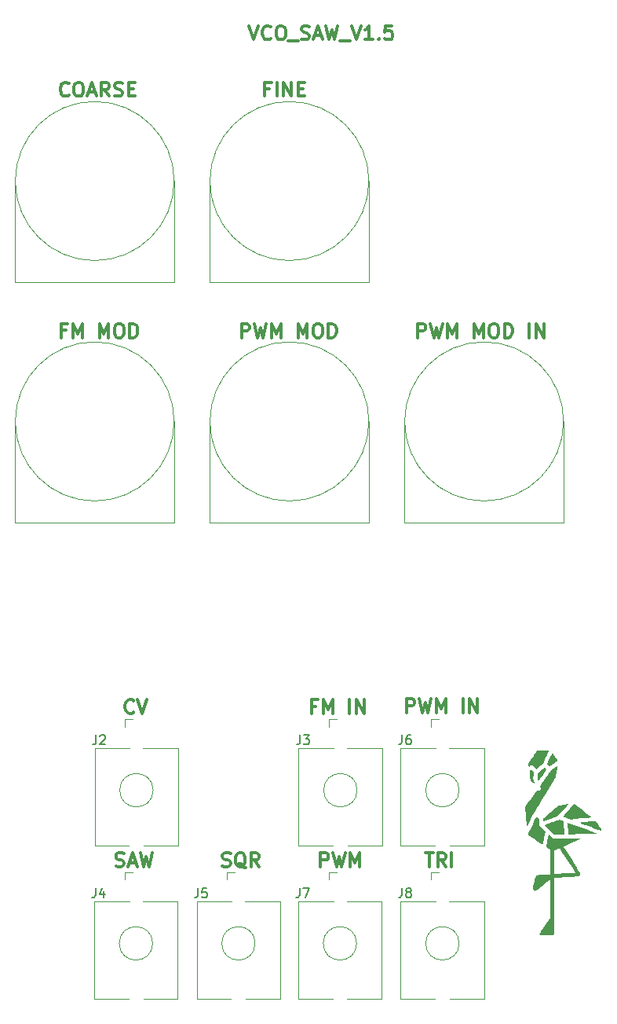
<source format=gbr>
%TF.GenerationSoftware,KiCad,Pcbnew,7.0.2*%
%TF.CreationDate,2023-05-22T18:24:12+02:00*%
%TF.ProjectId,VCO_EURORACK,56434f5f-4555-4524-9f52-41434b2e6b69,rev?*%
%TF.SameCoordinates,Original*%
%TF.FileFunction,Legend,Top*%
%TF.FilePolarity,Positive*%
%FSLAX46Y46*%
G04 Gerber Fmt 4.6, Leading zero omitted, Abs format (unit mm)*
G04 Created by KiCad (PCBNEW 7.0.2) date 2023-05-22 18:24:12*
%MOMM*%
%LPD*%
G01*
G04 APERTURE LIST*
%ADD10C,0.300000*%
%ADD11C,0.000000*%
%ADD12C,0.150000*%
%ADD13C,0.120000*%
G04 APERTURE END LIST*
D10*
X138022857Y-39286428D02*
X138522857Y-40786428D01*
X138522857Y-40786428D02*
X139022857Y-39286428D01*
X140379999Y-40643571D02*
X140308571Y-40715000D01*
X140308571Y-40715000D02*
X140094285Y-40786428D01*
X140094285Y-40786428D02*
X139951428Y-40786428D01*
X139951428Y-40786428D02*
X139737142Y-40715000D01*
X139737142Y-40715000D02*
X139594285Y-40572142D01*
X139594285Y-40572142D02*
X139522856Y-40429285D01*
X139522856Y-40429285D02*
X139451428Y-40143571D01*
X139451428Y-40143571D02*
X139451428Y-39929285D01*
X139451428Y-39929285D02*
X139522856Y-39643571D01*
X139522856Y-39643571D02*
X139594285Y-39500714D01*
X139594285Y-39500714D02*
X139737142Y-39357857D01*
X139737142Y-39357857D02*
X139951428Y-39286428D01*
X139951428Y-39286428D02*
X140094285Y-39286428D01*
X140094285Y-39286428D02*
X140308571Y-39357857D01*
X140308571Y-39357857D02*
X140379999Y-39429285D01*
X141308571Y-39286428D02*
X141594285Y-39286428D01*
X141594285Y-39286428D02*
X141737142Y-39357857D01*
X141737142Y-39357857D02*
X141879999Y-39500714D01*
X141879999Y-39500714D02*
X141951428Y-39786428D01*
X141951428Y-39786428D02*
X141951428Y-40286428D01*
X141951428Y-40286428D02*
X141879999Y-40572142D01*
X141879999Y-40572142D02*
X141737142Y-40715000D01*
X141737142Y-40715000D02*
X141594285Y-40786428D01*
X141594285Y-40786428D02*
X141308571Y-40786428D01*
X141308571Y-40786428D02*
X141165714Y-40715000D01*
X141165714Y-40715000D02*
X141022856Y-40572142D01*
X141022856Y-40572142D02*
X140951428Y-40286428D01*
X140951428Y-40286428D02*
X140951428Y-39786428D01*
X140951428Y-39786428D02*
X141022856Y-39500714D01*
X141022856Y-39500714D02*
X141165714Y-39357857D01*
X141165714Y-39357857D02*
X141308571Y-39286428D01*
X142237143Y-40929285D02*
X143380000Y-40929285D01*
X143665714Y-40715000D02*
X143880000Y-40786428D01*
X143880000Y-40786428D02*
X144237142Y-40786428D01*
X144237142Y-40786428D02*
X144380000Y-40715000D01*
X144380000Y-40715000D02*
X144451428Y-40643571D01*
X144451428Y-40643571D02*
X144522857Y-40500714D01*
X144522857Y-40500714D02*
X144522857Y-40357857D01*
X144522857Y-40357857D02*
X144451428Y-40215000D01*
X144451428Y-40215000D02*
X144380000Y-40143571D01*
X144380000Y-40143571D02*
X144237142Y-40072142D01*
X144237142Y-40072142D02*
X143951428Y-40000714D01*
X143951428Y-40000714D02*
X143808571Y-39929285D01*
X143808571Y-39929285D02*
X143737142Y-39857857D01*
X143737142Y-39857857D02*
X143665714Y-39715000D01*
X143665714Y-39715000D02*
X143665714Y-39572142D01*
X143665714Y-39572142D02*
X143737142Y-39429285D01*
X143737142Y-39429285D02*
X143808571Y-39357857D01*
X143808571Y-39357857D02*
X143951428Y-39286428D01*
X143951428Y-39286428D02*
X144308571Y-39286428D01*
X144308571Y-39286428D02*
X144522857Y-39357857D01*
X145094285Y-40357857D02*
X145808571Y-40357857D01*
X144951428Y-40786428D02*
X145451428Y-39286428D01*
X145451428Y-39286428D02*
X145951428Y-40786428D01*
X146308570Y-39286428D02*
X146665713Y-40786428D01*
X146665713Y-40786428D02*
X146951427Y-39715000D01*
X146951427Y-39715000D02*
X147237142Y-40786428D01*
X147237142Y-40786428D02*
X147594285Y-39286428D01*
X147808571Y-40929285D02*
X148951428Y-40929285D01*
X149094285Y-39286428D02*
X149594285Y-40786428D01*
X149594285Y-40786428D02*
X150094285Y-39286428D01*
X151379999Y-40786428D02*
X150522856Y-40786428D01*
X150951427Y-40786428D02*
X150951427Y-39286428D01*
X150951427Y-39286428D02*
X150808570Y-39500714D01*
X150808570Y-39500714D02*
X150665713Y-39643571D01*
X150665713Y-39643571D02*
X150522856Y-39715000D01*
X152022855Y-40643571D02*
X152094284Y-40715000D01*
X152094284Y-40715000D02*
X152022855Y-40786428D01*
X152022855Y-40786428D02*
X151951427Y-40715000D01*
X151951427Y-40715000D02*
X152022855Y-40643571D01*
X152022855Y-40643571D02*
X152022855Y-40786428D01*
X153451427Y-39286428D02*
X152737141Y-39286428D01*
X152737141Y-39286428D02*
X152665713Y-40000714D01*
X152665713Y-40000714D02*
X152737141Y-39929285D01*
X152737141Y-39929285D02*
X152879999Y-39857857D01*
X152879999Y-39857857D02*
X153237141Y-39857857D01*
X153237141Y-39857857D02*
X153379999Y-39929285D01*
X153379999Y-39929285D02*
X153451427Y-40000714D01*
X153451427Y-40000714D02*
X153522856Y-40143571D01*
X153522856Y-40143571D02*
X153522856Y-40500714D01*
X153522856Y-40500714D02*
X153451427Y-40643571D01*
X153451427Y-40643571D02*
X153379999Y-40715000D01*
X153379999Y-40715000D02*
X153237141Y-40786428D01*
X153237141Y-40786428D02*
X152879999Y-40786428D01*
X152879999Y-40786428D02*
X152737141Y-40715000D01*
X152737141Y-40715000D02*
X152665713Y-40643571D01*
D11*
G36*
X170560857Y-126643312D02*
G01*
X170768290Y-126833812D01*
X172347323Y-126821111D01*
X172961818Y-126817077D01*
X173462807Y-126817407D01*
X173654613Y-126819086D01*
X173798696Y-126821707D01*
X173888604Y-126825221D01*
X173911228Y-126827298D01*
X173917890Y-126829579D01*
X173894946Y-126842775D01*
X173835142Y-126871647D01*
X173621028Y-126969278D01*
X173307695Y-127108185D01*
X172927291Y-127274078D01*
X172730912Y-127359878D01*
X172547679Y-127441361D01*
X172381612Y-127516594D01*
X172236728Y-127583641D01*
X172117045Y-127640567D01*
X172026582Y-127685439D01*
X171993564Y-127702749D01*
X171969358Y-127716321D01*
X171954466Y-127725911D01*
X171950670Y-127729137D01*
X171949390Y-127731278D01*
X171968010Y-127767418D01*
X172021357Y-127856095D01*
X172217149Y-128167840D01*
X172859556Y-129166379D01*
X173053025Y-129466565D01*
X173228584Y-129742244D01*
X173383804Y-129989547D01*
X173516253Y-130204604D01*
X173623500Y-130383544D01*
X173703114Y-130522500D01*
X173731800Y-130575774D01*
X173752666Y-130617601D01*
X173765408Y-130647497D01*
X173769723Y-130664977D01*
X173768130Y-130695836D01*
X173766130Y-130710600D01*
X173763324Y-130724922D01*
X173759705Y-130738804D01*
X173755268Y-130752246D01*
X173750011Y-130765252D01*
X173743926Y-130777822D01*
X173737011Y-130789958D01*
X173729261Y-130801662D01*
X173720670Y-130812934D01*
X173711234Y-130823777D01*
X173700949Y-130834192D01*
X173689809Y-130844181D01*
X173664949Y-130862886D01*
X173636615Y-130879904D01*
X173604773Y-130895248D01*
X173569383Y-130908930D01*
X173530408Y-130920962D01*
X173487812Y-130931358D01*
X173441558Y-130940128D01*
X173391607Y-130947286D01*
X173337924Y-130952845D01*
X172878144Y-130987373D01*
X172117136Y-131038570D01*
X171382322Y-131085005D01*
X171001124Y-131105245D01*
X170989899Y-131109013D01*
X170979982Y-131122485D01*
X170963751Y-131191566D01*
X170951787Y-131338533D01*
X170943444Y-131589433D01*
X170935044Y-132507206D01*
X170933390Y-134153245D01*
X170933233Y-135136313D01*
X170932860Y-135536780D01*
X170932133Y-135882099D01*
X170930936Y-136176445D01*
X170929149Y-136423990D01*
X170927997Y-136531517D01*
X170926655Y-136628909D01*
X170925106Y-136716688D01*
X170923336Y-136795374D01*
X170921331Y-136865491D01*
X170919075Y-136927560D01*
X170916554Y-136982101D01*
X170913753Y-137029638D01*
X170910658Y-137070691D01*
X170907253Y-137105783D01*
X170903525Y-137135435D01*
X170901534Y-137148384D01*
X170899457Y-137160169D01*
X170897292Y-137170854D01*
X170895036Y-137180505D01*
X170892689Y-137189188D01*
X170890247Y-137196967D01*
X170887710Y-137203908D01*
X170885076Y-137210076D01*
X170882341Y-137215536D01*
X170879506Y-137220353D01*
X170876567Y-137224593D01*
X170873524Y-137228320D01*
X170870374Y-137231601D01*
X170867115Y-137234499D01*
X170863746Y-137237081D01*
X170860264Y-137239411D01*
X170852957Y-137243579D01*
X170841154Y-137247542D01*
X170823423Y-137251475D01*
X170771465Y-137259123D01*
X170699664Y-137266275D01*
X170610598Y-137272682D01*
X170506849Y-137278098D01*
X170390994Y-137282273D01*
X170265615Y-137284960D01*
X170133290Y-137285911D01*
X170014459Y-137285581D01*
X169908328Y-137284464D01*
X169814203Y-137282367D01*
X169771425Y-137280891D01*
X169731388Y-137279098D01*
X169694005Y-137276964D01*
X169659190Y-137274465D01*
X169626855Y-137271577D01*
X169596914Y-137268275D01*
X169569279Y-137264537D01*
X169543865Y-137260337D01*
X169520583Y-137255652D01*
X169499348Y-137250457D01*
X169480073Y-137244730D01*
X169462671Y-137238445D01*
X169447054Y-137231578D01*
X169433136Y-137224107D01*
X169420831Y-137216005D01*
X169410052Y-137207251D01*
X169400710Y-137197819D01*
X169392721Y-137187685D01*
X169385997Y-137176826D01*
X169380451Y-137165217D01*
X169375997Y-137152835D01*
X169372547Y-137139655D01*
X169370015Y-137125653D01*
X169368313Y-137110806D01*
X169367356Y-137095089D01*
X169367057Y-137078478D01*
X169370033Y-137066547D01*
X169378764Y-137046927D01*
X169412300Y-136986404D01*
X169465283Y-136900480D01*
X169535332Y-136792729D01*
X169620064Y-136666721D01*
X169717100Y-136526029D01*
X169824058Y-136374225D01*
X169938556Y-136214879D01*
X170510057Y-135427478D01*
X170501590Y-133336212D01*
X170488890Y-131240712D01*
X169832723Y-131769879D01*
X169565825Y-131982206D01*
X169323136Y-132173103D01*
X169132041Y-132321138D01*
X169064398Y-132372385D01*
X169019923Y-132404879D01*
X168992930Y-132422794D01*
X168968875Y-132438464D01*
X168947425Y-132451927D01*
X168928245Y-132463219D01*
X168919401Y-132468063D01*
X168911000Y-132472378D01*
X168902998Y-132476169D01*
X168895354Y-132479441D01*
X168888027Y-132482198D01*
X168880974Y-132484446D01*
X168874153Y-132486187D01*
X168867523Y-132487428D01*
X168861042Y-132488173D01*
X168854668Y-132488427D01*
X168848359Y-132488194D01*
X168842074Y-132487478D01*
X168835770Y-132486285D01*
X168829405Y-132484619D01*
X168822938Y-132482485D01*
X168816327Y-132479888D01*
X168809529Y-132476831D01*
X168802504Y-132473321D01*
X168795209Y-132469361D01*
X168787603Y-132464955D01*
X168771288Y-132454829D01*
X168753223Y-132442978D01*
X168742268Y-132435548D01*
X168731660Y-132427591D01*
X168721449Y-132419175D01*
X168711684Y-132410369D01*
X168702415Y-132401240D01*
X168693692Y-132391856D01*
X168685564Y-132382287D01*
X168678082Y-132372600D01*
X168671293Y-132362863D01*
X168665249Y-132353145D01*
X168659999Y-132343513D01*
X168655592Y-132334037D01*
X168652078Y-132324784D01*
X168649507Y-132315822D01*
X168648590Y-132311472D01*
X168647927Y-132307220D01*
X168647525Y-132303076D01*
X168647390Y-132299046D01*
X168650682Y-132254509D01*
X168660032Y-132188218D01*
X168693758Y-132003770D01*
X168742268Y-131772491D01*
X168799261Y-131521170D01*
X168858437Y-131276596D01*
X168913495Y-131065558D01*
X168958135Y-130914844D01*
X168974579Y-130870481D01*
X168986056Y-130851245D01*
X169002115Y-130843405D01*
X169023445Y-130835751D01*
X169082762Y-130820950D01*
X169165692Y-130806746D01*
X169273923Y-130793037D01*
X169409142Y-130779725D01*
X169573035Y-130766711D01*
X169767289Y-130753895D01*
X169993590Y-130741179D01*
X170510057Y-130711546D01*
X170510057Y-130108625D01*
X170938682Y-130108625D01*
X170938857Y-130172148D01*
X170939190Y-130230831D01*
X170939691Y-130284865D01*
X170940368Y-130334439D01*
X170941232Y-130379744D01*
X170942291Y-130420969D01*
X170943554Y-130458305D01*
X170945032Y-130491941D01*
X170946732Y-130522066D01*
X170948666Y-130548873D01*
X170950841Y-130572549D01*
X170953267Y-130593284D01*
X170954577Y-130602609D01*
X170955954Y-130611270D01*
X170957397Y-130619291D01*
X170958910Y-130626695D01*
X170960492Y-130633507D01*
X170962145Y-130639750D01*
X170963871Y-130645448D01*
X170965669Y-130650625D01*
X170967542Y-130655304D01*
X170969491Y-130659509D01*
X170971516Y-130663263D01*
X170973619Y-130666592D01*
X170975801Y-130669517D01*
X170978064Y-130672064D01*
X170980407Y-130674256D01*
X170982834Y-130676116D01*
X170985344Y-130677668D01*
X170987939Y-130678936D01*
X170990620Y-130679945D01*
X170993388Y-130680716D01*
X170996245Y-130681275D01*
X170999191Y-130681645D01*
X171005356Y-130681912D01*
X171327090Y-130662862D01*
X171991723Y-130618412D01*
X172357378Y-130594203D01*
X172681757Y-130573962D01*
X172929936Y-130560071D01*
X173014537Y-130556251D01*
X173066990Y-130554912D01*
X173087581Y-130554712D01*
X173097250Y-130554462D01*
X173106504Y-130554110D01*
X173115346Y-130553655D01*
X173123777Y-130553098D01*
X173131801Y-130552436D01*
X173139420Y-130551670D01*
X173146635Y-130550799D01*
X173153450Y-130549821D01*
X173159866Y-130548737D01*
X173165887Y-130547544D01*
X173171513Y-130546244D01*
X173176748Y-130544833D01*
X173181594Y-130543313D01*
X173186053Y-130541682D01*
X173190127Y-130539939D01*
X173193820Y-130538084D01*
X173197132Y-130536116D01*
X173200068Y-130534034D01*
X173202627Y-130531837D01*
X173204815Y-130529525D01*
X173206631Y-130527096D01*
X173208080Y-130524550D01*
X173209162Y-130521887D01*
X173209881Y-130519105D01*
X173210239Y-130516203D01*
X173210238Y-130513182D01*
X173209880Y-130510039D01*
X173209168Y-130506775D01*
X173208104Y-130503388D01*
X173206690Y-130499878D01*
X173135650Y-130382271D01*
X172959040Y-130101945D01*
X172393890Y-129221411D01*
X172081880Y-128740068D01*
X171818686Y-128339291D01*
X171632486Y-128059957D01*
X171577064Y-127978605D01*
X171551457Y-127942944D01*
X171544588Y-127936450D01*
X171536591Y-127931270D01*
X171527328Y-127927429D01*
X171516664Y-127924953D01*
X171504462Y-127923866D01*
X171490586Y-127924192D01*
X171474899Y-127925958D01*
X171457265Y-127929186D01*
X171437547Y-127933903D01*
X171415610Y-127940133D01*
X171391316Y-127947901D01*
X171364529Y-127957232D01*
X171302930Y-127980681D01*
X171229724Y-128010678D01*
X170954556Y-128129212D01*
X170941856Y-129403445D01*
X170940430Y-129615232D01*
X170939376Y-129802345D01*
X170938768Y-129966303D01*
X170938682Y-130108625D01*
X170510057Y-130108625D01*
X170510057Y-128061478D01*
X170311090Y-127926012D01*
X170230326Y-127871904D01*
X170163453Y-127826527D01*
X170137085Y-127808354D01*
X170116423Y-127793851D01*
X170102210Y-127783516D01*
X170097754Y-127780066D01*
X170095190Y-127777844D01*
X170094336Y-127773635D01*
X170094909Y-127762821D01*
X170100085Y-127722745D01*
X170124823Y-127578349D01*
X170165437Y-127366484D01*
X170217957Y-127108979D01*
X170353424Y-126448578D01*
X170560857Y-126643312D01*
G37*
G36*
X172403875Y-125139920D02*
G01*
X172406591Y-125140478D01*
X174147548Y-125797704D01*
X175577357Y-126346979D01*
X175115924Y-126359149D01*
X174019490Y-126380845D01*
X172470091Y-126410479D01*
X172440457Y-125995611D01*
X172428882Y-125816488D01*
X172414528Y-125635778D01*
X172399381Y-125474118D01*
X172392130Y-125406881D01*
X172385424Y-125352146D01*
X172382545Y-125325258D01*
X172380256Y-125300163D01*
X172378549Y-125276866D01*
X172377420Y-125255374D01*
X172376861Y-125235692D01*
X172376866Y-125217828D01*
X172377078Y-125209579D01*
X172377429Y-125201786D01*
X172377918Y-125194451D01*
X172378544Y-125187574D01*
X172379307Y-125181156D01*
X172380205Y-125175198D01*
X172381238Y-125169700D01*
X172382406Y-125164663D01*
X172383706Y-125160088D01*
X172385140Y-125155976D01*
X172386704Y-125152328D01*
X172388400Y-125149144D01*
X172390227Y-125146424D01*
X172392182Y-125144171D01*
X172394266Y-125142385D01*
X172396479Y-125141065D01*
X172398818Y-125140214D01*
X172401284Y-125139832D01*
X172403875Y-125139920D01*
G37*
G36*
X175251390Y-124977387D02*
G01*
X175289572Y-124979537D01*
X175324473Y-124983463D01*
X175356435Y-124989274D01*
X175385799Y-124997074D01*
X175412905Y-125006970D01*
X175438095Y-125019068D01*
X175461710Y-125033475D01*
X175484091Y-125050297D01*
X175505579Y-125069639D01*
X175526515Y-125091608D01*
X175547241Y-125116310D01*
X175568096Y-125143852D01*
X175611562Y-125207878D01*
X175659642Y-125284536D01*
X175780556Y-125479145D01*
X175845818Y-125582340D01*
X175907359Y-125680823D01*
X176013920Y-125854323D01*
X176056262Y-125924678D01*
X176089525Y-125980993D01*
X176112370Y-126020936D01*
X176123457Y-126042178D01*
X176122999Y-126044328D01*
X176119297Y-126045239D01*
X176102480Y-126043451D01*
X176033432Y-126026171D01*
X175921423Y-125992023D01*
X175771561Y-125942695D01*
X175378722Y-125805244D01*
X174895791Y-125627312D01*
X174412793Y-125444154D01*
X174019490Y-125292349D01*
X173869124Y-125233041D01*
X173756362Y-125187375D01*
X173686264Y-125157287D01*
X173668795Y-125148689D01*
X173663890Y-125144711D01*
X173682022Y-125140015D01*
X173727986Y-125132541D01*
X173890903Y-125110845D01*
X174127639Y-125082799D01*
X174413191Y-125051578D01*
X174786914Y-125011436D01*
X174934312Y-124995870D01*
X175059038Y-124984440D01*
X175163821Y-124977996D01*
X175209587Y-124976909D01*
X175251390Y-124977387D01*
G37*
G36*
X171541562Y-124830636D02*
G01*
X171547223Y-124831445D01*
X171591938Y-124843880D01*
X171650940Y-124861078D01*
X171683319Y-124870967D01*
X171716292Y-124881451D01*
X171748869Y-124892332D01*
X171780057Y-124903412D01*
X171834685Y-124923512D01*
X171857048Y-124935456D01*
X171876564Y-124950706D01*
X171893575Y-124970792D01*
X171908421Y-124997247D01*
X171921445Y-125031603D01*
X171932986Y-125075390D01*
X171943387Y-125130141D01*
X171952987Y-125197388D01*
X171971152Y-125375494D01*
X171990211Y-125621961D01*
X172012890Y-125949044D01*
X172042524Y-126406245D01*
X170912223Y-126406245D01*
X170416924Y-125906711D01*
X169921624Y-125411411D01*
X170692090Y-125110845D01*
X170854371Y-125048486D01*
X171006085Y-124992179D01*
X171144602Y-124942818D01*
X171267294Y-124901295D01*
X171371532Y-124868503D01*
X171415908Y-124855660D01*
X171454685Y-124845335D01*
X171487534Y-124837640D01*
X171514125Y-124832685D01*
X171534131Y-124830583D01*
X171541562Y-124830636D01*
G37*
G36*
X168982799Y-124545306D02*
G01*
X168994656Y-124550259D01*
X169034741Y-124568449D01*
X169090700Y-124595371D01*
X169122400Y-124611238D01*
X169155390Y-124628245D01*
X169324724Y-124712912D01*
X169324724Y-125398711D01*
X169659157Y-125745844D01*
X169993590Y-126088745D01*
X169858124Y-126778778D01*
X169800841Y-127046999D01*
X169752290Y-127270374D01*
X169732529Y-127357678D01*
X169716439Y-127424692D01*
X169704517Y-127468390D01*
X169700273Y-127480550D01*
X169697257Y-127485745D01*
X169690493Y-127485412D01*
X169675338Y-127479112D01*
X169622115Y-127450143D01*
X169439817Y-127337447D01*
X169186479Y-127172164D01*
X168898215Y-126978803D01*
X168611142Y-126781871D01*
X168361375Y-126605873D01*
X168185031Y-126475317D01*
X168135678Y-126434739D01*
X168118223Y-126414711D01*
X168126864Y-126388195D01*
X168151627Y-126327200D01*
X168242578Y-126117849D01*
X168377184Y-125818804D01*
X168541557Y-125462211D01*
X168706723Y-125106148D01*
X168843711Y-124813982D01*
X168938630Y-124616273D01*
X168965973Y-124562389D01*
X168973856Y-124548361D01*
X168977590Y-124543578D01*
X168982799Y-124545306D01*
G37*
G36*
X173193990Y-123243944D02*
G01*
X174116857Y-123925511D01*
X174257275Y-124028504D01*
X174382152Y-124120402D01*
X174492220Y-124201820D01*
X174588212Y-124273373D01*
X174670859Y-124335673D01*
X174707407Y-124363545D01*
X174740893Y-124389335D01*
X174771409Y-124413118D01*
X174799046Y-124434972D01*
X174823895Y-124454974D01*
X174846049Y-124473199D01*
X174865598Y-124489726D01*
X174882634Y-124504630D01*
X174897248Y-124517988D01*
X174909532Y-124529878D01*
X174919578Y-124540375D01*
X174927476Y-124549557D01*
X174930649Y-124553679D01*
X174933319Y-124557501D01*
X174935498Y-124561032D01*
X174937198Y-124564282D01*
X174938429Y-124567261D01*
X174939203Y-124569978D01*
X174939533Y-124572443D01*
X174939428Y-124574666D01*
X174938901Y-124576655D01*
X174937963Y-124578422D01*
X174936625Y-124579974D01*
X174934899Y-124581323D01*
X174932796Y-124582477D01*
X174930328Y-124583445D01*
X174927507Y-124584239D01*
X174924342Y-124584867D01*
X174917032Y-124585663D01*
X174908490Y-124585912D01*
X174555007Y-124618720D01*
X173782424Y-124695979D01*
X172711390Y-124801812D01*
X172288057Y-124645178D01*
X171864723Y-124488544D01*
X172000190Y-124336146D01*
X172597091Y-123663044D01*
X173062758Y-123146578D01*
X173193990Y-123243944D01*
G37*
G36*
X172410519Y-123151659D02*
G01*
X172419906Y-123152263D01*
X172428153Y-123153193D01*
X172435297Y-123154445D01*
X172441372Y-123156016D01*
X172446415Y-123157904D01*
X172450461Y-123160105D01*
X172453546Y-123162616D01*
X172455705Y-123165434D01*
X172456975Y-123168556D01*
X172457390Y-123171978D01*
X172454559Y-123177433D01*
X172446253Y-123188829D01*
X172414329Y-123228202D01*
X172297053Y-123364595D01*
X172123420Y-123561313D01*
X171911291Y-123798511D01*
X171365190Y-124399646D01*
X170577790Y-124704445D01*
X170271072Y-124823507D01*
X170016344Y-124920345D01*
X169840198Y-124985432D01*
X169789902Y-125003093D01*
X169769223Y-125009245D01*
X169768045Y-125009036D01*
X169766892Y-125008415D01*
X169764667Y-125005979D01*
X169762554Y-125002017D01*
X169760558Y-124996611D01*
X169758686Y-124989840D01*
X169756945Y-124981786D01*
X169753877Y-124962149D01*
X169751405Y-124938345D01*
X169749578Y-124911018D01*
X169748446Y-124880814D01*
X169748057Y-124848378D01*
X169748472Y-124820418D01*
X169750389Y-124794560D01*
X169754810Y-124769731D01*
X169762741Y-124744860D01*
X169775187Y-124718872D01*
X169793152Y-124690695D01*
X169817640Y-124659256D01*
X169849657Y-124623482D01*
X169890206Y-124582301D01*
X169940293Y-124534640D01*
X170073097Y-124415586D01*
X170256106Y-124257737D01*
X170497357Y-124052512D01*
X170794352Y-123802348D01*
X171050865Y-123587903D01*
X171239117Y-123432196D01*
X171298962Y-123383562D01*
X171331324Y-123358245D01*
X171342193Y-123351609D01*
X171357154Y-123344445D01*
X171398263Y-123328810D01*
X171452469Y-123311885D01*
X171517590Y-123294215D01*
X171591442Y-123276348D01*
X171671842Y-123258827D01*
X171756608Y-123242200D01*
X171843556Y-123227011D01*
X171928585Y-123212720D01*
X172006060Y-123199991D01*
X172076268Y-123188800D01*
X172139493Y-123179122D01*
X172196021Y-123170932D01*
X172246137Y-123164206D01*
X172290126Y-123158918D01*
X172328273Y-123155045D01*
X172360865Y-123152560D01*
X172375166Y-123151831D01*
X172388185Y-123151440D01*
X172399958Y-123151383D01*
X172410519Y-123151659D01*
G37*
G36*
X168480000Y-119470000D02*
G01*
X168485892Y-119470991D01*
X168491815Y-119472574D01*
X168497813Y-119474766D01*
X168503928Y-119477580D01*
X168510205Y-119481031D01*
X168516686Y-119485134D01*
X168523415Y-119489903D01*
X168530436Y-119495354D01*
X168537792Y-119501501D01*
X168545525Y-119508359D01*
X168562302Y-119524266D01*
X168581112Y-119543193D01*
X168626223Y-119590578D01*
X168748991Y-119717578D01*
X168702424Y-120043544D01*
X168687425Y-120146294D01*
X168681867Y-120190075D01*
X168677685Y-120229745D01*
X168674942Y-120266017D01*
X168673700Y-120299603D01*
X168674020Y-120331218D01*
X168675965Y-120361574D01*
X168679597Y-120391384D01*
X168684977Y-120421361D01*
X168692169Y-120452219D01*
X168701233Y-120484671D01*
X168712232Y-120519430D01*
X168725227Y-120557208D01*
X168757457Y-120644678D01*
X168777243Y-120699240D01*
X168795094Y-120750974D01*
X168810663Y-120798641D01*
X168823603Y-120840999D01*
X168833566Y-120876808D01*
X168837323Y-120891870D01*
X168840205Y-120904829D01*
X168842170Y-120915531D01*
X168843174Y-120923821D01*
X168843173Y-120929544D01*
X168842782Y-120931394D01*
X168842123Y-120932544D01*
X168841047Y-120933526D01*
X168839416Y-120934096D01*
X168834550Y-120934041D01*
X168827650Y-120932461D01*
X168818840Y-120929436D01*
X168808245Y-120925047D01*
X168795987Y-120919374D01*
X168766982Y-120904499D01*
X168732818Y-120885457D01*
X168694486Y-120862893D01*
X168652980Y-120837452D01*
X168609290Y-120809778D01*
X168530949Y-120756911D01*
X168499074Y-120733001D01*
X168471508Y-120709104D01*
X168447838Y-120683967D01*
X168427646Y-120656336D01*
X168410517Y-120624960D01*
X168396036Y-120588586D01*
X168383788Y-120545962D01*
X168373356Y-120495833D01*
X168364326Y-120436949D01*
X168356282Y-120368056D01*
X168341491Y-120195234D01*
X168325657Y-119967345D01*
X168321298Y-119901284D01*
X168317769Y-119842478D01*
X168315109Y-119790444D01*
X168314116Y-119766815D01*
X168313354Y-119744698D01*
X168312827Y-119724032D01*
X168312541Y-119704756D01*
X168312500Y-119686811D01*
X168312709Y-119670135D01*
X168313172Y-119654669D01*
X168313893Y-119640351D01*
X168314878Y-119627122D01*
X168316132Y-119614920D01*
X168317658Y-119603686D01*
X168319462Y-119593359D01*
X168321548Y-119583878D01*
X168323921Y-119575183D01*
X168326585Y-119567214D01*
X168329545Y-119559910D01*
X168332806Y-119553210D01*
X168336372Y-119547055D01*
X168340249Y-119541383D01*
X168344440Y-119536134D01*
X168348951Y-119531249D01*
X168353785Y-119526665D01*
X168358949Y-119522324D01*
X168364445Y-119518163D01*
X168370280Y-119514124D01*
X168376457Y-119510145D01*
X168395912Y-119499003D01*
X168413234Y-119489466D01*
X168428770Y-119481654D01*
X168435977Y-119478431D01*
X168442867Y-119475683D01*
X168449485Y-119473425D01*
X168455873Y-119471672D01*
X168462075Y-119470438D01*
X168468135Y-119469738D01*
X168474095Y-119469587D01*
X168480000Y-119470000D01*
G37*
G36*
X169902936Y-119209701D02*
G01*
X169905605Y-119210066D01*
X169911478Y-119211497D01*
X169918009Y-119213820D01*
X169925129Y-119216987D01*
X169932770Y-119220947D01*
X169940864Y-119225652D01*
X169949342Y-119231051D01*
X169958136Y-119237095D01*
X169967178Y-119243734D01*
X169976401Y-119250919D01*
X169985734Y-119258600D01*
X169995112Y-119266728D01*
X170004464Y-119275252D01*
X170013723Y-119284124D01*
X170022821Y-119293293D01*
X170031690Y-119302711D01*
X170120591Y-119400078D01*
X169718423Y-119971578D01*
X169560401Y-120198194D01*
X169425794Y-120393853D01*
X169328494Y-120537125D01*
X169282390Y-120606578D01*
X169275579Y-120616252D01*
X169269376Y-120624636D01*
X169263694Y-120631730D01*
X169261021Y-120634793D01*
X169258445Y-120637534D01*
X169255957Y-120639953D01*
X169253544Y-120642049D01*
X169251197Y-120643822D01*
X169248904Y-120645273D01*
X169246654Y-120646402D01*
X169244437Y-120647208D01*
X169242242Y-120647692D01*
X169240057Y-120647853D01*
X169237872Y-120647692D01*
X169235677Y-120647208D01*
X169233460Y-120646402D01*
X169231210Y-120645273D01*
X169228917Y-120643822D01*
X169226569Y-120642049D01*
X169224157Y-120639953D01*
X169221668Y-120637534D01*
X169219093Y-120634793D01*
X169216420Y-120631730D01*
X169210738Y-120624636D01*
X169204534Y-120616252D01*
X169197723Y-120606578D01*
X169184779Y-120584529D01*
X169172952Y-120559763D01*
X169162265Y-120532443D01*
X169152744Y-120502729D01*
X169144414Y-120470783D01*
X169137299Y-120436765D01*
X169131424Y-120400838D01*
X169126815Y-120363161D01*
X169123495Y-120323898D01*
X169121490Y-120283208D01*
X169120824Y-120241253D01*
X169121523Y-120198194D01*
X169123611Y-120154193D01*
X169127113Y-120109410D01*
X169132053Y-120064007D01*
X169138457Y-120018145D01*
X169152215Y-119942640D01*
X169159441Y-119910356D01*
X169167561Y-119880826D01*
X169177069Y-119853380D01*
X169188463Y-119827347D01*
X169202238Y-119802059D01*
X169218890Y-119776845D01*
X169238916Y-119751035D01*
X169262811Y-119723961D01*
X169291072Y-119694952D01*
X169324194Y-119663338D01*
X169362675Y-119628450D01*
X169407009Y-119589619D01*
X169515224Y-119497444D01*
X169584214Y-119440104D01*
X169650426Y-119386386D01*
X169712272Y-119337529D01*
X169768165Y-119294774D01*
X169816518Y-119259361D01*
X169837370Y-119244796D01*
X169855742Y-119232531D01*
X169871435Y-119222722D01*
X169884251Y-119215523D01*
X169893991Y-119211090D01*
X169897645Y-119209960D01*
X169900457Y-119209578D01*
X169902936Y-119209701D01*
G37*
G36*
X171292137Y-118998547D02*
G01*
X171298358Y-119001012D01*
X171303351Y-119006144D01*
X171307048Y-119014779D01*
X171309380Y-119027755D01*
X171310281Y-119045909D01*
X171307511Y-119101099D01*
X171298192Y-119187047D01*
X171281780Y-119310451D01*
X171225490Y-119696412D01*
X171132356Y-120289078D01*
X169925857Y-122194078D01*
X169587372Y-122728975D01*
X169306335Y-123177600D01*
X169074709Y-123553697D01*
X168884457Y-123871007D01*
X168727543Y-124143271D01*
X168595929Y-124384232D01*
X168481579Y-124607631D01*
X168376457Y-124827211D01*
X168333438Y-124917412D01*
X168293254Y-125000736D01*
X168255860Y-125077252D01*
X168221213Y-125147026D01*
X168189269Y-125210129D01*
X168159986Y-125266626D01*
X168133320Y-125316588D01*
X168109228Y-125360082D01*
X168087665Y-125397177D01*
X168068589Y-125427939D01*
X168051957Y-125452439D01*
X168044543Y-125462362D01*
X168037724Y-125470744D01*
X168031494Y-125477595D01*
X168025848Y-125482922D01*
X168020780Y-125486735D01*
X168016284Y-125489041D01*
X168012357Y-125489850D01*
X168008991Y-125489170D01*
X168006182Y-125487010D01*
X168003923Y-125483377D01*
X167997276Y-125449387D01*
X167987255Y-125378933D01*
X167959473Y-125146299D01*
X167925342Y-124820796D01*
X167889623Y-124437745D01*
X167800723Y-123464078D01*
X167923490Y-123294745D01*
X168319265Y-122732158D01*
X168477884Y-122507091D01*
X168613193Y-122315919D01*
X168727343Y-122155951D01*
X168777156Y-122086828D01*
X168822487Y-122024497D01*
X168863603Y-121968621D01*
X168900775Y-121918864D01*
X168934272Y-121874890D01*
X168964361Y-121836362D01*
X168991313Y-121802943D01*
X169015396Y-121774298D01*
X169036879Y-121750090D01*
X169046730Y-121739545D01*
X169056031Y-121729982D01*
X169064817Y-121721361D01*
X169073121Y-121713639D01*
X169080977Y-121706774D01*
X169088419Y-121700723D01*
X169095479Y-121695446D01*
X169102192Y-121690899D01*
X169108592Y-121687041D01*
X169114711Y-121683829D01*
X169120583Y-121681222D01*
X169126243Y-121679178D01*
X169131724Y-121677654D01*
X169137059Y-121676609D01*
X169142282Y-121676000D01*
X169147426Y-121675786D01*
X169152526Y-121675923D01*
X169157615Y-121676371D01*
X169167893Y-121678030D01*
X169178530Y-121680425D01*
X169201957Y-121686078D01*
X169223471Y-121690067D01*
X169244340Y-121692535D01*
X169264539Y-121693525D01*
X169284044Y-121693081D01*
X169302829Y-121691245D01*
X169320870Y-121688059D01*
X169338143Y-121683567D01*
X169354621Y-121677810D01*
X169370281Y-121670831D01*
X169385098Y-121662674D01*
X169399047Y-121653380D01*
X169412102Y-121642992D01*
X169424240Y-121631554D01*
X169435435Y-121619106D01*
X169445663Y-121605693D01*
X169454898Y-121591357D01*
X169463117Y-121576140D01*
X169470294Y-121560086D01*
X169476404Y-121543236D01*
X169481423Y-121525633D01*
X169485326Y-121507320D01*
X169488087Y-121488340D01*
X169489683Y-121468735D01*
X169490088Y-121448548D01*
X169489278Y-121427822D01*
X169487227Y-121406598D01*
X169483912Y-121384921D01*
X169479306Y-121362831D01*
X169473386Y-121340373D01*
X169466127Y-121317589D01*
X169457503Y-121294520D01*
X169447490Y-121271211D01*
X169440693Y-121253679D01*
X169436568Y-121235335D01*
X169435705Y-121215168D01*
X169438693Y-121192167D01*
X169446121Y-121165321D01*
X169458578Y-121133620D01*
X169476653Y-121096052D01*
X169500936Y-121051607D01*
X169570480Y-120938043D01*
X169671923Y-120784841D01*
X169809977Y-120583915D01*
X169989356Y-120327178D01*
X170172779Y-120066357D01*
X170250103Y-119957536D01*
X170319292Y-119861445D01*
X170381436Y-119776840D01*
X170437627Y-119702472D01*
X170488956Y-119637096D01*
X170536515Y-119579465D01*
X170581395Y-119528334D01*
X170624687Y-119482454D01*
X170667484Y-119440581D01*
X170710875Y-119401467D01*
X170755954Y-119363866D01*
X170803810Y-119326532D01*
X170855536Y-119288218D01*
X170912223Y-119247678D01*
X170980841Y-119198226D01*
X171046036Y-119152097D01*
X171106370Y-119110235D01*
X171160402Y-119073582D01*
X171206696Y-119043081D01*
X171243812Y-119019674D01*
X171258479Y-119010925D01*
X171270312Y-119004303D01*
X171279131Y-118999926D01*
X171284757Y-118997912D01*
X171292137Y-118998547D01*
G37*
G36*
X171022291Y-118011544D02*
G01*
X171051935Y-118053277D01*
X171080458Y-118094185D01*
X171133614Y-118172610D01*
X171180718Y-118244982D01*
X171201675Y-118278324D01*
X171220728Y-118309466D01*
X171237747Y-118338176D01*
X171252602Y-118364226D01*
X171265162Y-118387386D01*
X171275298Y-118407428D01*
X171282879Y-118424120D01*
X171287775Y-118437235D01*
X171289175Y-118442379D01*
X171289855Y-118446542D01*
X171289799Y-118449696D01*
X171288990Y-118451812D01*
X171285112Y-118457242D01*
X171276819Y-118465488D01*
X171247980Y-118489780D01*
X171204456Y-118523398D01*
X171148232Y-118565054D01*
X171005621Y-118667315D01*
X170836023Y-118786245D01*
X170408457Y-119082578D01*
X170289924Y-118964044D01*
X170167157Y-118845511D01*
X170450790Y-118223211D01*
X170734423Y-117605145D01*
X171022291Y-118011544D01*
G37*
G36*
X169853336Y-117389824D02*
G01*
X169967462Y-117391494D01*
X170070972Y-117394156D01*
X170161336Y-117397711D01*
X170236023Y-117402060D01*
X170266697Y-117404501D01*
X170292503Y-117407104D01*
X170313125Y-117409855D01*
X170328247Y-117412743D01*
X170337552Y-117415754D01*
X170339924Y-117417303D01*
X170340724Y-117418878D01*
X170334390Y-117439862D01*
X170316250Y-117485156D01*
X170249707Y-117637953D01*
X170151414Y-117855837D01*
X170031690Y-118117378D01*
X169726890Y-118777778D01*
X169362824Y-119074111D01*
X168998756Y-119374678D01*
X168808257Y-119163011D01*
X168769767Y-119121776D01*
X168733504Y-119085340D01*
X168699212Y-119053641D01*
X168682727Y-119039549D01*
X168666638Y-119026619D01*
X168650916Y-119014841D01*
X168635528Y-119004210D01*
X168620442Y-118994716D01*
X168605627Y-118986352D01*
X168591051Y-118979111D01*
X168576681Y-118972985D01*
X168562487Y-118967965D01*
X168548436Y-118964045D01*
X168534497Y-118961216D01*
X168520637Y-118959470D01*
X168506826Y-118958801D01*
X168493030Y-118959200D01*
X168479220Y-118960659D01*
X168465362Y-118963170D01*
X168451425Y-118966727D01*
X168437377Y-118971321D01*
X168423187Y-118976944D01*
X168408822Y-118983589D01*
X168394251Y-118991248D01*
X168379441Y-118999913D01*
X168364363Y-119009576D01*
X168348982Y-119020230D01*
X168317190Y-119044479D01*
X168202890Y-119133378D01*
X168156324Y-118968278D01*
X168148939Y-118942581D01*
X168142690Y-118919272D01*
X168137618Y-118898059D01*
X168133768Y-118878650D01*
X168131183Y-118860755D01*
X168130379Y-118852283D01*
X168129907Y-118844081D01*
X168129773Y-118836111D01*
X168129982Y-118828337D01*
X168130540Y-118820723D01*
X168131453Y-118813232D01*
X168132725Y-118805828D01*
X168134362Y-118798474D01*
X168136370Y-118791135D01*
X168138754Y-118783772D01*
X168141519Y-118776351D01*
X168144670Y-118768835D01*
X168152156Y-118753370D01*
X168161254Y-118737087D01*
X168172008Y-118719694D01*
X168184461Y-118700899D01*
X168198657Y-118680412D01*
X168605057Y-118108912D01*
X168732917Y-117924761D01*
X168853236Y-117753311D01*
X169015690Y-117524711D01*
X169117291Y-117389245D01*
X169731123Y-117389245D01*
X169853336Y-117389824D01*
G37*
D10*
X156237142Y-72886428D02*
X156237142Y-71386428D01*
X156237142Y-71386428D02*
X156808571Y-71386428D01*
X156808571Y-71386428D02*
X156951428Y-71457857D01*
X156951428Y-71457857D02*
X157022857Y-71529285D01*
X157022857Y-71529285D02*
X157094285Y-71672142D01*
X157094285Y-71672142D02*
X157094285Y-71886428D01*
X157094285Y-71886428D02*
X157022857Y-72029285D01*
X157022857Y-72029285D02*
X156951428Y-72100714D01*
X156951428Y-72100714D02*
X156808571Y-72172142D01*
X156808571Y-72172142D02*
X156237142Y-72172142D01*
X157594285Y-71386428D02*
X157951428Y-72886428D01*
X157951428Y-72886428D02*
X158237142Y-71815000D01*
X158237142Y-71815000D02*
X158522857Y-72886428D01*
X158522857Y-72886428D02*
X158880000Y-71386428D01*
X159451428Y-72886428D02*
X159451428Y-71386428D01*
X159451428Y-71386428D02*
X159951428Y-72457857D01*
X159951428Y-72457857D02*
X160451428Y-71386428D01*
X160451428Y-71386428D02*
X160451428Y-72886428D01*
X162308571Y-72886428D02*
X162308571Y-71386428D01*
X162308571Y-71386428D02*
X162808571Y-72457857D01*
X162808571Y-72457857D02*
X163308571Y-71386428D01*
X163308571Y-71386428D02*
X163308571Y-72886428D01*
X164308572Y-71386428D02*
X164594286Y-71386428D01*
X164594286Y-71386428D02*
X164737143Y-71457857D01*
X164737143Y-71457857D02*
X164880000Y-71600714D01*
X164880000Y-71600714D02*
X164951429Y-71886428D01*
X164951429Y-71886428D02*
X164951429Y-72386428D01*
X164951429Y-72386428D02*
X164880000Y-72672142D01*
X164880000Y-72672142D02*
X164737143Y-72815000D01*
X164737143Y-72815000D02*
X164594286Y-72886428D01*
X164594286Y-72886428D02*
X164308572Y-72886428D01*
X164308572Y-72886428D02*
X164165715Y-72815000D01*
X164165715Y-72815000D02*
X164022857Y-72672142D01*
X164022857Y-72672142D02*
X163951429Y-72386428D01*
X163951429Y-72386428D02*
X163951429Y-71886428D01*
X163951429Y-71886428D02*
X164022857Y-71600714D01*
X164022857Y-71600714D02*
X164165715Y-71457857D01*
X164165715Y-71457857D02*
X164308572Y-71386428D01*
X165594286Y-72886428D02*
X165594286Y-71386428D01*
X165594286Y-71386428D02*
X165951429Y-71386428D01*
X165951429Y-71386428D02*
X166165715Y-71457857D01*
X166165715Y-71457857D02*
X166308572Y-71600714D01*
X166308572Y-71600714D02*
X166380001Y-71743571D01*
X166380001Y-71743571D02*
X166451429Y-72029285D01*
X166451429Y-72029285D02*
X166451429Y-72243571D01*
X166451429Y-72243571D02*
X166380001Y-72529285D01*
X166380001Y-72529285D02*
X166308572Y-72672142D01*
X166308572Y-72672142D02*
X166165715Y-72815000D01*
X166165715Y-72815000D02*
X165951429Y-72886428D01*
X165951429Y-72886428D02*
X165594286Y-72886428D01*
X168237143Y-72886428D02*
X168237143Y-71386428D01*
X168951429Y-72886428D02*
X168951429Y-71386428D01*
X168951429Y-71386428D02*
X169808572Y-72886428D01*
X169808572Y-72886428D02*
X169808572Y-71386428D01*
X135165714Y-129815000D02*
X135380000Y-129886428D01*
X135380000Y-129886428D02*
X135737142Y-129886428D01*
X135737142Y-129886428D02*
X135880000Y-129815000D01*
X135880000Y-129815000D02*
X135951428Y-129743571D01*
X135951428Y-129743571D02*
X136022857Y-129600714D01*
X136022857Y-129600714D02*
X136022857Y-129457857D01*
X136022857Y-129457857D02*
X135951428Y-129315000D01*
X135951428Y-129315000D02*
X135880000Y-129243571D01*
X135880000Y-129243571D02*
X135737142Y-129172142D01*
X135737142Y-129172142D02*
X135451428Y-129100714D01*
X135451428Y-129100714D02*
X135308571Y-129029285D01*
X135308571Y-129029285D02*
X135237142Y-128957857D01*
X135237142Y-128957857D02*
X135165714Y-128815000D01*
X135165714Y-128815000D02*
X135165714Y-128672142D01*
X135165714Y-128672142D02*
X135237142Y-128529285D01*
X135237142Y-128529285D02*
X135308571Y-128457857D01*
X135308571Y-128457857D02*
X135451428Y-128386428D01*
X135451428Y-128386428D02*
X135808571Y-128386428D01*
X135808571Y-128386428D02*
X136022857Y-128457857D01*
X137665713Y-130029285D02*
X137522856Y-129957857D01*
X137522856Y-129957857D02*
X137379999Y-129815000D01*
X137379999Y-129815000D02*
X137165713Y-129600714D01*
X137165713Y-129600714D02*
X137022856Y-129529285D01*
X137022856Y-129529285D02*
X136879999Y-129529285D01*
X136951428Y-129886428D02*
X136808571Y-129815000D01*
X136808571Y-129815000D02*
X136665713Y-129672142D01*
X136665713Y-129672142D02*
X136594285Y-129386428D01*
X136594285Y-129386428D02*
X136594285Y-128886428D01*
X136594285Y-128886428D02*
X136665713Y-128600714D01*
X136665713Y-128600714D02*
X136808571Y-128457857D01*
X136808571Y-128457857D02*
X136951428Y-128386428D01*
X136951428Y-128386428D02*
X137237142Y-128386428D01*
X137237142Y-128386428D02*
X137379999Y-128457857D01*
X137379999Y-128457857D02*
X137522856Y-128600714D01*
X137522856Y-128600714D02*
X137594285Y-128886428D01*
X137594285Y-128886428D02*
X137594285Y-129386428D01*
X137594285Y-129386428D02*
X137522856Y-129672142D01*
X137522856Y-129672142D02*
X137379999Y-129815000D01*
X137379999Y-129815000D02*
X137237142Y-129886428D01*
X137237142Y-129886428D02*
X136951428Y-129886428D01*
X139094285Y-129886428D02*
X138594285Y-129172142D01*
X138237142Y-129886428D02*
X138237142Y-128386428D01*
X138237142Y-128386428D02*
X138808571Y-128386428D01*
X138808571Y-128386428D02*
X138951428Y-128457857D01*
X138951428Y-128457857D02*
X139022857Y-128529285D01*
X139022857Y-128529285D02*
X139094285Y-128672142D01*
X139094285Y-128672142D02*
X139094285Y-128886428D01*
X139094285Y-128886428D02*
X139022857Y-129029285D01*
X139022857Y-129029285D02*
X138951428Y-129100714D01*
X138951428Y-129100714D02*
X138808571Y-129172142D01*
X138808571Y-129172142D02*
X138237142Y-129172142D01*
X123665714Y-129815000D02*
X123880000Y-129886428D01*
X123880000Y-129886428D02*
X124237142Y-129886428D01*
X124237142Y-129886428D02*
X124380000Y-129815000D01*
X124380000Y-129815000D02*
X124451428Y-129743571D01*
X124451428Y-129743571D02*
X124522857Y-129600714D01*
X124522857Y-129600714D02*
X124522857Y-129457857D01*
X124522857Y-129457857D02*
X124451428Y-129315000D01*
X124451428Y-129315000D02*
X124380000Y-129243571D01*
X124380000Y-129243571D02*
X124237142Y-129172142D01*
X124237142Y-129172142D02*
X123951428Y-129100714D01*
X123951428Y-129100714D02*
X123808571Y-129029285D01*
X123808571Y-129029285D02*
X123737142Y-128957857D01*
X123737142Y-128957857D02*
X123665714Y-128815000D01*
X123665714Y-128815000D02*
X123665714Y-128672142D01*
X123665714Y-128672142D02*
X123737142Y-128529285D01*
X123737142Y-128529285D02*
X123808571Y-128457857D01*
X123808571Y-128457857D02*
X123951428Y-128386428D01*
X123951428Y-128386428D02*
X124308571Y-128386428D01*
X124308571Y-128386428D02*
X124522857Y-128457857D01*
X125094285Y-129457857D02*
X125808571Y-129457857D01*
X124951428Y-129886428D02*
X125451428Y-128386428D01*
X125451428Y-128386428D02*
X125951428Y-129886428D01*
X126308570Y-128386428D02*
X126665713Y-129886428D01*
X126665713Y-129886428D02*
X126951427Y-128815000D01*
X126951427Y-128815000D02*
X127237142Y-129886428D01*
X127237142Y-129886428D02*
X127594285Y-128386428D01*
X145237142Y-112600714D02*
X144737142Y-112600714D01*
X144737142Y-113386428D02*
X144737142Y-111886428D01*
X144737142Y-111886428D02*
X145451428Y-111886428D01*
X146022856Y-113386428D02*
X146022856Y-111886428D01*
X146022856Y-111886428D02*
X146522856Y-112957857D01*
X146522856Y-112957857D02*
X147022856Y-111886428D01*
X147022856Y-111886428D02*
X147022856Y-113386428D01*
X148879999Y-113386428D02*
X148879999Y-111886428D01*
X149594285Y-113386428D02*
X149594285Y-111886428D01*
X149594285Y-111886428D02*
X150451428Y-113386428D01*
X150451428Y-113386428D02*
X150451428Y-111886428D01*
X145737142Y-129886428D02*
X145737142Y-128386428D01*
X145737142Y-128386428D02*
X146308571Y-128386428D01*
X146308571Y-128386428D02*
X146451428Y-128457857D01*
X146451428Y-128457857D02*
X146522857Y-128529285D01*
X146522857Y-128529285D02*
X146594285Y-128672142D01*
X146594285Y-128672142D02*
X146594285Y-128886428D01*
X146594285Y-128886428D02*
X146522857Y-129029285D01*
X146522857Y-129029285D02*
X146451428Y-129100714D01*
X146451428Y-129100714D02*
X146308571Y-129172142D01*
X146308571Y-129172142D02*
X145737142Y-129172142D01*
X147094285Y-128386428D02*
X147451428Y-129886428D01*
X147451428Y-129886428D02*
X147737142Y-128815000D01*
X147737142Y-128815000D02*
X148022857Y-129886428D01*
X148022857Y-129886428D02*
X148380000Y-128386428D01*
X148951428Y-129886428D02*
X148951428Y-128386428D01*
X148951428Y-128386428D02*
X149451428Y-129457857D01*
X149451428Y-129457857D02*
X149951428Y-128386428D01*
X149951428Y-128386428D02*
X149951428Y-129886428D01*
X157022857Y-128386428D02*
X157880000Y-128386428D01*
X157451428Y-129886428D02*
X157451428Y-128386428D01*
X159237142Y-129886428D02*
X158737142Y-129172142D01*
X158379999Y-129886428D02*
X158379999Y-128386428D01*
X158379999Y-128386428D02*
X158951428Y-128386428D01*
X158951428Y-128386428D02*
X159094285Y-128457857D01*
X159094285Y-128457857D02*
X159165714Y-128529285D01*
X159165714Y-128529285D02*
X159237142Y-128672142D01*
X159237142Y-128672142D02*
X159237142Y-128886428D01*
X159237142Y-128886428D02*
X159165714Y-129029285D01*
X159165714Y-129029285D02*
X159094285Y-129100714D01*
X159094285Y-129100714D02*
X158951428Y-129172142D01*
X158951428Y-129172142D02*
X158379999Y-129172142D01*
X159879999Y-129886428D02*
X159879999Y-128386428D01*
X140237142Y-46100714D02*
X139737142Y-46100714D01*
X139737142Y-46886428D02*
X139737142Y-45386428D01*
X139737142Y-45386428D02*
X140451428Y-45386428D01*
X141022856Y-46886428D02*
X141022856Y-45386428D01*
X141737142Y-46886428D02*
X141737142Y-45386428D01*
X141737142Y-45386428D02*
X142594285Y-46886428D01*
X142594285Y-46886428D02*
X142594285Y-45386428D01*
X143308571Y-46100714D02*
X143808571Y-46100714D01*
X144022857Y-46886428D02*
X143308571Y-46886428D01*
X143308571Y-46886428D02*
X143308571Y-45386428D01*
X143308571Y-45386428D02*
X144022857Y-45386428D01*
X155037142Y-113286428D02*
X155037142Y-111786428D01*
X155037142Y-111786428D02*
X155608571Y-111786428D01*
X155608571Y-111786428D02*
X155751428Y-111857857D01*
X155751428Y-111857857D02*
X155822857Y-111929285D01*
X155822857Y-111929285D02*
X155894285Y-112072142D01*
X155894285Y-112072142D02*
X155894285Y-112286428D01*
X155894285Y-112286428D02*
X155822857Y-112429285D01*
X155822857Y-112429285D02*
X155751428Y-112500714D01*
X155751428Y-112500714D02*
X155608571Y-112572142D01*
X155608571Y-112572142D02*
X155037142Y-112572142D01*
X156394285Y-111786428D02*
X156751428Y-113286428D01*
X156751428Y-113286428D02*
X157037142Y-112215000D01*
X157037142Y-112215000D02*
X157322857Y-113286428D01*
X157322857Y-113286428D02*
X157680000Y-111786428D01*
X158251428Y-113286428D02*
X158251428Y-111786428D01*
X158251428Y-111786428D02*
X158751428Y-112857857D01*
X158751428Y-112857857D02*
X159251428Y-111786428D01*
X159251428Y-111786428D02*
X159251428Y-113286428D01*
X161108571Y-113286428D02*
X161108571Y-111786428D01*
X161822857Y-113286428D02*
X161822857Y-111786428D01*
X161822857Y-111786428D02*
X162680000Y-113286428D01*
X162680000Y-113286428D02*
X162680000Y-111786428D01*
X118237142Y-72100714D02*
X117737142Y-72100714D01*
X117737142Y-72886428D02*
X117737142Y-71386428D01*
X117737142Y-71386428D02*
X118451428Y-71386428D01*
X119022856Y-72886428D02*
X119022856Y-71386428D01*
X119022856Y-71386428D02*
X119522856Y-72457857D01*
X119522856Y-72457857D02*
X120022856Y-71386428D01*
X120022856Y-71386428D02*
X120022856Y-72886428D01*
X121879999Y-72886428D02*
X121879999Y-71386428D01*
X121879999Y-71386428D02*
X122379999Y-72457857D01*
X122379999Y-72457857D02*
X122879999Y-71386428D01*
X122879999Y-71386428D02*
X122879999Y-72886428D01*
X123880000Y-71386428D02*
X124165714Y-71386428D01*
X124165714Y-71386428D02*
X124308571Y-71457857D01*
X124308571Y-71457857D02*
X124451428Y-71600714D01*
X124451428Y-71600714D02*
X124522857Y-71886428D01*
X124522857Y-71886428D02*
X124522857Y-72386428D01*
X124522857Y-72386428D02*
X124451428Y-72672142D01*
X124451428Y-72672142D02*
X124308571Y-72815000D01*
X124308571Y-72815000D02*
X124165714Y-72886428D01*
X124165714Y-72886428D02*
X123880000Y-72886428D01*
X123880000Y-72886428D02*
X123737143Y-72815000D01*
X123737143Y-72815000D02*
X123594285Y-72672142D01*
X123594285Y-72672142D02*
X123522857Y-72386428D01*
X123522857Y-72386428D02*
X123522857Y-71886428D01*
X123522857Y-71886428D02*
X123594285Y-71600714D01*
X123594285Y-71600714D02*
X123737143Y-71457857D01*
X123737143Y-71457857D02*
X123880000Y-71386428D01*
X125165714Y-72886428D02*
X125165714Y-71386428D01*
X125165714Y-71386428D02*
X125522857Y-71386428D01*
X125522857Y-71386428D02*
X125737143Y-71457857D01*
X125737143Y-71457857D02*
X125880000Y-71600714D01*
X125880000Y-71600714D02*
X125951429Y-71743571D01*
X125951429Y-71743571D02*
X126022857Y-72029285D01*
X126022857Y-72029285D02*
X126022857Y-72243571D01*
X126022857Y-72243571D02*
X125951429Y-72529285D01*
X125951429Y-72529285D02*
X125880000Y-72672142D01*
X125880000Y-72672142D02*
X125737143Y-72815000D01*
X125737143Y-72815000D02*
X125522857Y-72886428D01*
X125522857Y-72886428D02*
X125165714Y-72886428D01*
X118594285Y-46743571D02*
X118522857Y-46815000D01*
X118522857Y-46815000D02*
X118308571Y-46886428D01*
X118308571Y-46886428D02*
X118165714Y-46886428D01*
X118165714Y-46886428D02*
X117951428Y-46815000D01*
X117951428Y-46815000D02*
X117808571Y-46672142D01*
X117808571Y-46672142D02*
X117737142Y-46529285D01*
X117737142Y-46529285D02*
X117665714Y-46243571D01*
X117665714Y-46243571D02*
X117665714Y-46029285D01*
X117665714Y-46029285D02*
X117737142Y-45743571D01*
X117737142Y-45743571D02*
X117808571Y-45600714D01*
X117808571Y-45600714D02*
X117951428Y-45457857D01*
X117951428Y-45457857D02*
X118165714Y-45386428D01*
X118165714Y-45386428D02*
X118308571Y-45386428D01*
X118308571Y-45386428D02*
X118522857Y-45457857D01*
X118522857Y-45457857D02*
X118594285Y-45529285D01*
X119522857Y-45386428D02*
X119808571Y-45386428D01*
X119808571Y-45386428D02*
X119951428Y-45457857D01*
X119951428Y-45457857D02*
X120094285Y-45600714D01*
X120094285Y-45600714D02*
X120165714Y-45886428D01*
X120165714Y-45886428D02*
X120165714Y-46386428D01*
X120165714Y-46386428D02*
X120094285Y-46672142D01*
X120094285Y-46672142D02*
X119951428Y-46815000D01*
X119951428Y-46815000D02*
X119808571Y-46886428D01*
X119808571Y-46886428D02*
X119522857Y-46886428D01*
X119522857Y-46886428D02*
X119380000Y-46815000D01*
X119380000Y-46815000D02*
X119237142Y-46672142D01*
X119237142Y-46672142D02*
X119165714Y-46386428D01*
X119165714Y-46386428D02*
X119165714Y-45886428D01*
X119165714Y-45886428D02*
X119237142Y-45600714D01*
X119237142Y-45600714D02*
X119380000Y-45457857D01*
X119380000Y-45457857D02*
X119522857Y-45386428D01*
X120737143Y-46457857D02*
X121451429Y-46457857D01*
X120594286Y-46886428D02*
X121094286Y-45386428D01*
X121094286Y-45386428D02*
X121594286Y-46886428D01*
X122951428Y-46886428D02*
X122451428Y-46172142D01*
X122094285Y-46886428D02*
X122094285Y-45386428D01*
X122094285Y-45386428D02*
X122665714Y-45386428D01*
X122665714Y-45386428D02*
X122808571Y-45457857D01*
X122808571Y-45457857D02*
X122880000Y-45529285D01*
X122880000Y-45529285D02*
X122951428Y-45672142D01*
X122951428Y-45672142D02*
X122951428Y-45886428D01*
X122951428Y-45886428D02*
X122880000Y-46029285D01*
X122880000Y-46029285D02*
X122808571Y-46100714D01*
X122808571Y-46100714D02*
X122665714Y-46172142D01*
X122665714Y-46172142D02*
X122094285Y-46172142D01*
X123522857Y-46815000D02*
X123737143Y-46886428D01*
X123737143Y-46886428D02*
X124094285Y-46886428D01*
X124094285Y-46886428D02*
X124237143Y-46815000D01*
X124237143Y-46815000D02*
X124308571Y-46743571D01*
X124308571Y-46743571D02*
X124380000Y-46600714D01*
X124380000Y-46600714D02*
X124380000Y-46457857D01*
X124380000Y-46457857D02*
X124308571Y-46315000D01*
X124308571Y-46315000D02*
X124237143Y-46243571D01*
X124237143Y-46243571D02*
X124094285Y-46172142D01*
X124094285Y-46172142D02*
X123808571Y-46100714D01*
X123808571Y-46100714D02*
X123665714Y-46029285D01*
X123665714Y-46029285D02*
X123594285Y-45957857D01*
X123594285Y-45957857D02*
X123522857Y-45815000D01*
X123522857Y-45815000D02*
X123522857Y-45672142D01*
X123522857Y-45672142D02*
X123594285Y-45529285D01*
X123594285Y-45529285D02*
X123665714Y-45457857D01*
X123665714Y-45457857D02*
X123808571Y-45386428D01*
X123808571Y-45386428D02*
X124165714Y-45386428D01*
X124165714Y-45386428D02*
X124380000Y-45457857D01*
X125022856Y-46100714D02*
X125522856Y-46100714D01*
X125737142Y-46886428D02*
X125022856Y-46886428D01*
X125022856Y-46886428D02*
X125022856Y-45386428D01*
X125022856Y-45386428D02*
X125737142Y-45386428D01*
X137237142Y-72886428D02*
X137237142Y-71386428D01*
X137237142Y-71386428D02*
X137808571Y-71386428D01*
X137808571Y-71386428D02*
X137951428Y-71457857D01*
X137951428Y-71457857D02*
X138022857Y-71529285D01*
X138022857Y-71529285D02*
X138094285Y-71672142D01*
X138094285Y-71672142D02*
X138094285Y-71886428D01*
X138094285Y-71886428D02*
X138022857Y-72029285D01*
X138022857Y-72029285D02*
X137951428Y-72100714D01*
X137951428Y-72100714D02*
X137808571Y-72172142D01*
X137808571Y-72172142D02*
X137237142Y-72172142D01*
X138594285Y-71386428D02*
X138951428Y-72886428D01*
X138951428Y-72886428D02*
X139237142Y-71815000D01*
X139237142Y-71815000D02*
X139522857Y-72886428D01*
X139522857Y-72886428D02*
X139880000Y-71386428D01*
X140451428Y-72886428D02*
X140451428Y-71386428D01*
X140451428Y-71386428D02*
X140951428Y-72457857D01*
X140951428Y-72457857D02*
X141451428Y-71386428D01*
X141451428Y-71386428D02*
X141451428Y-72886428D01*
X143308571Y-72886428D02*
X143308571Y-71386428D01*
X143308571Y-71386428D02*
X143808571Y-72457857D01*
X143808571Y-72457857D02*
X144308571Y-71386428D01*
X144308571Y-71386428D02*
X144308571Y-72886428D01*
X145308572Y-71386428D02*
X145594286Y-71386428D01*
X145594286Y-71386428D02*
X145737143Y-71457857D01*
X145737143Y-71457857D02*
X145880000Y-71600714D01*
X145880000Y-71600714D02*
X145951429Y-71886428D01*
X145951429Y-71886428D02*
X145951429Y-72386428D01*
X145951429Y-72386428D02*
X145880000Y-72672142D01*
X145880000Y-72672142D02*
X145737143Y-72815000D01*
X145737143Y-72815000D02*
X145594286Y-72886428D01*
X145594286Y-72886428D02*
X145308572Y-72886428D01*
X145308572Y-72886428D02*
X145165715Y-72815000D01*
X145165715Y-72815000D02*
X145022857Y-72672142D01*
X145022857Y-72672142D02*
X144951429Y-72386428D01*
X144951429Y-72386428D02*
X144951429Y-71886428D01*
X144951429Y-71886428D02*
X145022857Y-71600714D01*
X145022857Y-71600714D02*
X145165715Y-71457857D01*
X145165715Y-71457857D02*
X145308572Y-71386428D01*
X146594286Y-72886428D02*
X146594286Y-71386428D01*
X146594286Y-71386428D02*
X146951429Y-71386428D01*
X146951429Y-71386428D02*
X147165715Y-71457857D01*
X147165715Y-71457857D02*
X147308572Y-71600714D01*
X147308572Y-71600714D02*
X147380001Y-71743571D01*
X147380001Y-71743571D02*
X147451429Y-72029285D01*
X147451429Y-72029285D02*
X147451429Y-72243571D01*
X147451429Y-72243571D02*
X147380001Y-72529285D01*
X147380001Y-72529285D02*
X147308572Y-72672142D01*
X147308572Y-72672142D02*
X147165715Y-72815000D01*
X147165715Y-72815000D02*
X146951429Y-72886428D01*
X146951429Y-72886428D02*
X146594286Y-72886428D01*
X125594285Y-113243571D02*
X125522857Y-113315000D01*
X125522857Y-113315000D02*
X125308571Y-113386428D01*
X125308571Y-113386428D02*
X125165714Y-113386428D01*
X125165714Y-113386428D02*
X124951428Y-113315000D01*
X124951428Y-113315000D02*
X124808571Y-113172142D01*
X124808571Y-113172142D02*
X124737142Y-113029285D01*
X124737142Y-113029285D02*
X124665714Y-112743571D01*
X124665714Y-112743571D02*
X124665714Y-112529285D01*
X124665714Y-112529285D02*
X124737142Y-112243571D01*
X124737142Y-112243571D02*
X124808571Y-112100714D01*
X124808571Y-112100714D02*
X124951428Y-111957857D01*
X124951428Y-111957857D02*
X125165714Y-111886428D01*
X125165714Y-111886428D02*
X125308571Y-111886428D01*
X125308571Y-111886428D02*
X125522857Y-111957857D01*
X125522857Y-111957857D02*
X125594285Y-112029285D01*
X126022857Y-111886428D02*
X126522857Y-113386428D01*
X126522857Y-113386428D02*
X127022857Y-111886428D01*
D12*
%TO.C,J3*%
X143516666Y-115712619D02*
X143516666Y-116426904D01*
X143516666Y-116426904D02*
X143469047Y-116569761D01*
X143469047Y-116569761D02*
X143373809Y-116665000D01*
X143373809Y-116665000D02*
X143230952Y-116712619D01*
X143230952Y-116712619D02*
X143135714Y-116712619D01*
X143897619Y-115712619D02*
X144516666Y-115712619D01*
X144516666Y-115712619D02*
X144183333Y-116093571D01*
X144183333Y-116093571D02*
X144326190Y-116093571D01*
X144326190Y-116093571D02*
X144421428Y-116141190D01*
X144421428Y-116141190D02*
X144469047Y-116188809D01*
X144469047Y-116188809D02*
X144516666Y-116284047D01*
X144516666Y-116284047D02*
X144516666Y-116522142D01*
X144516666Y-116522142D02*
X144469047Y-116617380D01*
X144469047Y-116617380D02*
X144421428Y-116665000D01*
X144421428Y-116665000D02*
X144326190Y-116712619D01*
X144326190Y-116712619D02*
X144040476Y-116712619D01*
X144040476Y-116712619D02*
X143945238Y-116665000D01*
X143945238Y-116665000D02*
X143897619Y-116617380D01*
%TO.C,J7*%
X143466666Y-132212619D02*
X143466666Y-132926904D01*
X143466666Y-132926904D02*
X143419047Y-133069761D01*
X143419047Y-133069761D02*
X143323809Y-133165000D01*
X143323809Y-133165000D02*
X143180952Y-133212619D01*
X143180952Y-133212619D02*
X143085714Y-133212619D01*
X143847619Y-132212619D02*
X144514285Y-132212619D01*
X144514285Y-132212619D02*
X144085714Y-133212619D01*
%TO.C,J4*%
X121466666Y-132212619D02*
X121466666Y-132926904D01*
X121466666Y-132926904D02*
X121419047Y-133069761D01*
X121419047Y-133069761D02*
X121323809Y-133165000D01*
X121323809Y-133165000D02*
X121180952Y-133212619D01*
X121180952Y-133212619D02*
X121085714Y-133212619D01*
X122371428Y-132545952D02*
X122371428Y-133212619D01*
X122133333Y-132165000D02*
X121895238Y-132879285D01*
X121895238Y-132879285D02*
X122514285Y-132879285D01*
%TO.C,J2*%
X121516666Y-115712619D02*
X121516666Y-116426904D01*
X121516666Y-116426904D02*
X121469047Y-116569761D01*
X121469047Y-116569761D02*
X121373809Y-116665000D01*
X121373809Y-116665000D02*
X121230952Y-116712619D01*
X121230952Y-116712619D02*
X121135714Y-116712619D01*
X121945238Y-115807857D02*
X121992857Y-115760238D01*
X121992857Y-115760238D02*
X122088095Y-115712619D01*
X122088095Y-115712619D02*
X122326190Y-115712619D01*
X122326190Y-115712619D02*
X122421428Y-115760238D01*
X122421428Y-115760238D02*
X122469047Y-115807857D01*
X122469047Y-115807857D02*
X122516666Y-115903095D01*
X122516666Y-115903095D02*
X122516666Y-115998333D01*
X122516666Y-115998333D02*
X122469047Y-116141190D01*
X122469047Y-116141190D02*
X121897619Y-116712619D01*
X121897619Y-116712619D02*
X122516666Y-116712619D01*
%TO.C,J8*%
X154516666Y-132212619D02*
X154516666Y-132926904D01*
X154516666Y-132926904D02*
X154469047Y-133069761D01*
X154469047Y-133069761D02*
X154373809Y-133165000D01*
X154373809Y-133165000D02*
X154230952Y-133212619D01*
X154230952Y-133212619D02*
X154135714Y-133212619D01*
X155135714Y-132641190D02*
X155040476Y-132593571D01*
X155040476Y-132593571D02*
X154992857Y-132545952D01*
X154992857Y-132545952D02*
X154945238Y-132450714D01*
X154945238Y-132450714D02*
X154945238Y-132403095D01*
X154945238Y-132403095D02*
X154992857Y-132307857D01*
X154992857Y-132307857D02*
X155040476Y-132260238D01*
X155040476Y-132260238D02*
X155135714Y-132212619D01*
X155135714Y-132212619D02*
X155326190Y-132212619D01*
X155326190Y-132212619D02*
X155421428Y-132260238D01*
X155421428Y-132260238D02*
X155469047Y-132307857D01*
X155469047Y-132307857D02*
X155516666Y-132403095D01*
X155516666Y-132403095D02*
X155516666Y-132450714D01*
X155516666Y-132450714D02*
X155469047Y-132545952D01*
X155469047Y-132545952D02*
X155421428Y-132593571D01*
X155421428Y-132593571D02*
X155326190Y-132641190D01*
X155326190Y-132641190D02*
X155135714Y-132641190D01*
X155135714Y-132641190D02*
X155040476Y-132688809D01*
X155040476Y-132688809D02*
X154992857Y-132736428D01*
X154992857Y-132736428D02*
X154945238Y-132831666D01*
X154945238Y-132831666D02*
X154945238Y-133022142D01*
X154945238Y-133022142D02*
X154992857Y-133117380D01*
X154992857Y-133117380D02*
X155040476Y-133165000D01*
X155040476Y-133165000D02*
X155135714Y-133212619D01*
X155135714Y-133212619D02*
X155326190Y-133212619D01*
X155326190Y-133212619D02*
X155421428Y-133165000D01*
X155421428Y-133165000D02*
X155469047Y-133117380D01*
X155469047Y-133117380D02*
X155516666Y-133022142D01*
X155516666Y-133022142D02*
X155516666Y-132831666D01*
X155516666Y-132831666D02*
X155469047Y-132736428D01*
X155469047Y-132736428D02*
X155421428Y-132688809D01*
X155421428Y-132688809D02*
X155326190Y-132641190D01*
%TO.C,J6*%
X154516666Y-115712619D02*
X154516666Y-116426904D01*
X154516666Y-116426904D02*
X154469047Y-116569761D01*
X154469047Y-116569761D02*
X154373809Y-116665000D01*
X154373809Y-116665000D02*
X154230952Y-116712619D01*
X154230952Y-116712619D02*
X154135714Y-116712619D01*
X155421428Y-115712619D02*
X155230952Y-115712619D01*
X155230952Y-115712619D02*
X155135714Y-115760238D01*
X155135714Y-115760238D02*
X155088095Y-115807857D01*
X155088095Y-115807857D02*
X154992857Y-115950714D01*
X154992857Y-115950714D02*
X154945238Y-116141190D01*
X154945238Y-116141190D02*
X154945238Y-116522142D01*
X154945238Y-116522142D02*
X154992857Y-116617380D01*
X154992857Y-116617380D02*
X155040476Y-116665000D01*
X155040476Y-116665000D02*
X155135714Y-116712619D01*
X155135714Y-116712619D02*
X155326190Y-116712619D01*
X155326190Y-116712619D02*
X155421428Y-116665000D01*
X155421428Y-116665000D02*
X155469047Y-116617380D01*
X155469047Y-116617380D02*
X155516666Y-116522142D01*
X155516666Y-116522142D02*
X155516666Y-116284047D01*
X155516666Y-116284047D02*
X155469047Y-116188809D01*
X155469047Y-116188809D02*
X155421428Y-116141190D01*
X155421428Y-116141190D02*
X155326190Y-116093571D01*
X155326190Y-116093571D02*
X155135714Y-116093571D01*
X155135714Y-116093571D02*
X155040476Y-116141190D01*
X155040476Y-116141190D02*
X154992857Y-116188809D01*
X154992857Y-116188809D02*
X154945238Y-116284047D01*
%TO.C,J5*%
X132516666Y-132212619D02*
X132516666Y-132926904D01*
X132516666Y-132926904D02*
X132469047Y-133069761D01*
X132469047Y-133069761D02*
X132373809Y-133165000D01*
X132373809Y-133165000D02*
X132230952Y-133212619D01*
X132230952Y-133212619D02*
X132135714Y-133212619D01*
X133469047Y-132212619D02*
X132992857Y-132212619D01*
X132992857Y-132212619D02*
X132945238Y-132688809D01*
X132945238Y-132688809D02*
X132992857Y-132641190D01*
X132992857Y-132641190D02*
X133088095Y-132593571D01*
X133088095Y-132593571D02*
X133326190Y-132593571D01*
X133326190Y-132593571D02*
X133421428Y-132641190D01*
X133421428Y-132641190D02*
X133469047Y-132688809D01*
X133469047Y-132688809D02*
X133516666Y-132784047D01*
X133516666Y-132784047D02*
X133516666Y-133022142D01*
X133516666Y-133022142D02*
X133469047Y-133117380D01*
X133469047Y-133117380D02*
X133421428Y-133165000D01*
X133421428Y-133165000D02*
X133326190Y-133212619D01*
X133326190Y-133212619D02*
X133088095Y-133212619D01*
X133088095Y-133212619D02*
X132992857Y-133165000D01*
X132992857Y-133165000D02*
X132945238Y-133117380D01*
D13*
%TO.C,RV5*%
X133810000Y-92840000D02*
X133810000Y-81920000D01*
X150950000Y-92840000D02*
X150950000Y-81920000D01*
X133810000Y-92840000D02*
X150950000Y-92840000D01*
X150950000Y-81920000D02*
G75*
G03*
X150950000Y-81920000I-8570000J0D01*
G01*
%TO.C,J3*%
X143380000Y-117150000D02*
X143380000Y-127650000D01*
X147160000Y-117150000D02*
X143380000Y-117150000D01*
X152380000Y-127650000D02*
X148680000Y-127650000D01*
X152380000Y-117150000D02*
X148600000Y-117150000D01*
X152380000Y-117150000D02*
X152380000Y-127650000D01*
X146650000Y-114000000D02*
X146650000Y-114800000D01*
X146650000Y-114000000D02*
X147510000Y-114000000D01*
X147080000Y-127650000D02*
X143380000Y-127650000D01*
X149680000Y-121650000D02*
G75*
G03*
X149680000Y-121650000I-1800000J0D01*
G01*
%TO.C,J7*%
X143330000Y-133650000D02*
X143330000Y-144150000D01*
X147110000Y-133650000D02*
X143330000Y-133650000D01*
X152330000Y-144150000D02*
X148630000Y-144150000D01*
X152330000Y-133650000D02*
X148550000Y-133650000D01*
X152330000Y-133650000D02*
X152330000Y-144150000D01*
X146600000Y-130500000D02*
X146600000Y-131300000D01*
X146600000Y-130500000D02*
X147460000Y-130500000D01*
X147030000Y-144150000D02*
X143330000Y-144150000D01*
X149630000Y-138150000D02*
G75*
G03*
X149630000Y-138150000I-1800000J0D01*
G01*
%TO.C,RV6*%
X154810000Y-92840000D02*
X154810000Y-81920000D01*
X171950000Y-92840000D02*
X171950000Y-81920000D01*
X154810000Y-92840000D02*
X171950000Y-92840000D01*
X171950000Y-81920000D02*
G75*
G03*
X171950000Y-81920000I-8570000J0D01*
G01*
%TO.C,RV1*%
X112810000Y-66940000D02*
X112810000Y-56020000D01*
X129950000Y-66940000D02*
X129950000Y-56020000D01*
X112810000Y-66940000D02*
X129950000Y-66940000D01*
X129950000Y-56020000D02*
G75*
G03*
X129950000Y-56020000I-8570000J0D01*
G01*
%TO.C,J4*%
X121330000Y-133650000D02*
X121330000Y-144150000D01*
X125110000Y-133650000D02*
X121330000Y-133650000D01*
X130330000Y-144150000D02*
X126630000Y-144150000D01*
X130330000Y-133650000D02*
X126550000Y-133650000D01*
X130330000Y-133650000D02*
X130330000Y-144150000D01*
X124600000Y-130500000D02*
X124600000Y-131300000D01*
X124600000Y-130500000D02*
X125460000Y-130500000D01*
X125030000Y-144150000D02*
X121330000Y-144150000D01*
X127630000Y-138150000D02*
G75*
G03*
X127630000Y-138150000I-1800000J0D01*
G01*
%TO.C,J2*%
X121380000Y-117150000D02*
X121380000Y-127650000D01*
X125160000Y-117150000D02*
X121380000Y-117150000D01*
X130380000Y-127650000D02*
X126680000Y-127650000D01*
X130380000Y-117150000D02*
X126600000Y-117150000D01*
X130380000Y-117150000D02*
X130380000Y-127650000D01*
X124650000Y-114000000D02*
X124650000Y-114800000D01*
X124650000Y-114000000D02*
X125510000Y-114000000D01*
X125080000Y-127650000D02*
X121380000Y-127650000D01*
X127680000Y-121650000D02*
G75*
G03*
X127680000Y-121650000I-1800000J0D01*
G01*
%TO.C,RV2*%
X133810000Y-66940000D02*
X133810000Y-56020000D01*
X150950000Y-66940000D02*
X150950000Y-56020000D01*
X133810000Y-66940000D02*
X150950000Y-66940000D01*
X150950000Y-56020000D02*
G75*
G03*
X150950000Y-56020000I-8570000J0D01*
G01*
%TO.C,J8*%
X154380000Y-133650000D02*
X154380000Y-144150000D01*
X158160000Y-133650000D02*
X154380000Y-133650000D01*
X163380000Y-144150000D02*
X159680000Y-144150000D01*
X163380000Y-133650000D02*
X159600000Y-133650000D01*
X163380000Y-133650000D02*
X163380000Y-144150000D01*
X157650000Y-130500000D02*
X157650000Y-131300000D01*
X157650000Y-130500000D02*
X158510000Y-130500000D01*
X158080000Y-144150000D02*
X154380000Y-144150000D01*
X160680000Y-138150000D02*
G75*
G03*
X160680000Y-138150000I-1800000J0D01*
G01*
%TO.C,RV3*%
X112810000Y-92840000D02*
X112810000Y-81920000D01*
X129950000Y-92840000D02*
X129950000Y-81920000D01*
X112810000Y-92840000D02*
X129950000Y-92840000D01*
X129950000Y-81920000D02*
G75*
G03*
X129950000Y-81920000I-8570000J0D01*
G01*
%TO.C,J6*%
X154380000Y-117150000D02*
X154380000Y-127650000D01*
X158160000Y-117150000D02*
X154380000Y-117150000D01*
X163380000Y-127650000D02*
X159680000Y-127650000D01*
X163380000Y-117150000D02*
X159600000Y-117150000D01*
X163380000Y-117150000D02*
X163380000Y-127650000D01*
X157650000Y-114000000D02*
X157650000Y-114800000D01*
X157650000Y-114000000D02*
X158510000Y-114000000D01*
X158080000Y-127650000D02*
X154380000Y-127650000D01*
X160680000Y-121650000D02*
G75*
G03*
X160680000Y-121650000I-1800000J0D01*
G01*
%TO.C,J5*%
X132380000Y-133650000D02*
X132380000Y-144150000D01*
X136160000Y-133650000D02*
X132380000Y-133650000D01*
X141380000Y-144150000D02*
X137680000Y-144150000D01*
X141380000Y-133650000D02*
X137600000Y-133650000D01*
X141380000Y-133650000D02*
X141380000Y-144150000D01*
X135650000Y-130500000D02*
X135650000Y-131300000D01*
X135650000Y-130500000D02*
X136510000Y-130500000D01*
X136080000Y-144150000D02*
X132380000Y-144150000D01*
X138680000Y-138150000D02*
G75*
G03*
X138680000Y-138150000I-1800000J0D01*
G01*
%TD*%
M02*

</source>
